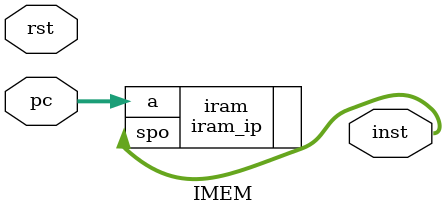
<source format=v>
`timescale 1ns / 1ps
module IMEM (
    input rst,
    input [31:0] pc,
    output [31:0] inst
);

iram_ip iram (
  .a(pc),
  .spo(inst)
);
    
endmodule
</source>
